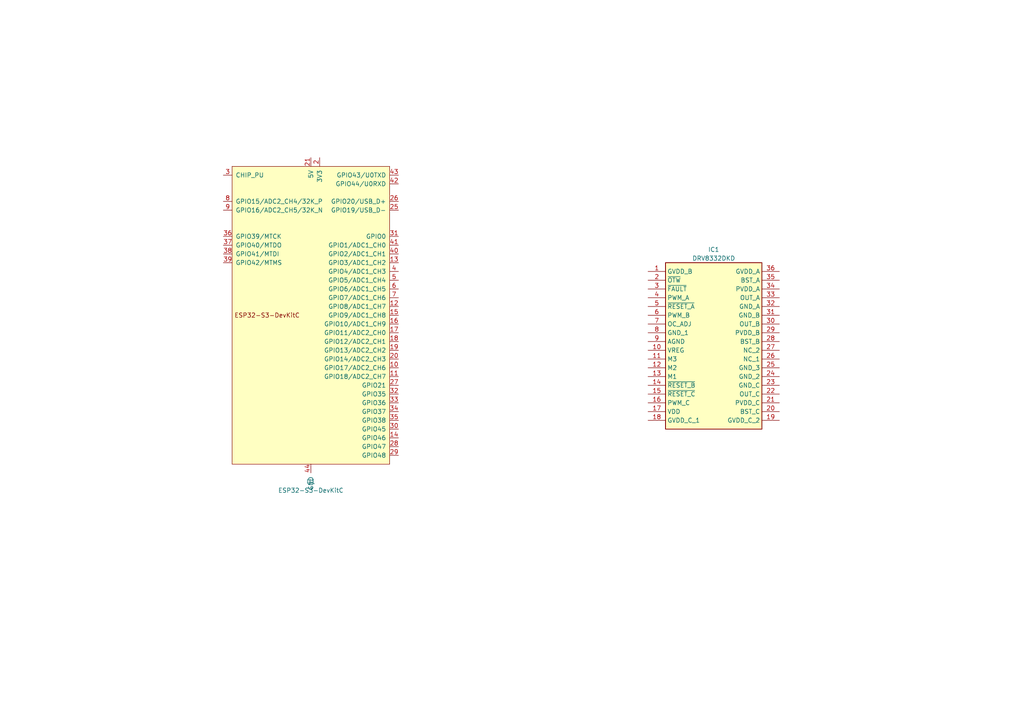
<source format=kicad_sch>
(kicad_sch (version 20230121) (generator eeschema)
  (paper "A4")
  (lib_symbols
    (symbol "DRV8332DKD:DRV8332DKD"
      (property "Reference" "IC" (at 34.29 7.62 0))
      (property "Value" "DRV8332DKD" (at 34.29 5.08 0))
      (symbol "DRV8332DKD_1_1"
        (rectangle (start 5.08 2.54) (end 33.02 -45.72) (stroke (width 0.254)) (fill (type background)))
        (pin passive line (at 0 0 0) (length 5.08) (name "GVDD_B") (number "1"))
        (pin passive line (at 0 -22.86 0) (length 5.08) (name "VREG") (number "10"))
        (pin passive line (at 0 -25.4 0) (length 5.08) (name "M3") (number "11"))
        (pin passive line (at 0 -27.94 0) (length 5.08) (name "M2") (number "12"))
        (pin passive line (at 0 -30.48 0) (length 5.08) (name "M1") (number "13"))
        (pin passive line (at 0 -33.02 0) (length 5.08) (name "~{RESET_B}") (number "14"))
        (pin passive line (at 0 -35.56 0) (length 5.08) (name "~{RESET_C}") (number "15"))
        (pin passive line (at 0 -38.1 0) (length 5.08) (name "PWM_C") (number "16"))
        (pin passive line (at 0 -40.64 0) (length 5.08) (name "VDD") (number "17"))
        (pin passive line (at 0 -43.18 0) (length 5.08) (name "GVDD_C_1") (number "18"))
        (pin passive line (at 38.1 -43.18 180) (length 5.08) (name "GVDD_C_2") (number "19"))
        (pin passive line (at 0 -2.54 0) (length 5.08) (name "~{OTW}") (number "2"))
        (pin passive line (at 38.1 -40.64 180) (length 5.08) (name "BST_C") (number "20"))
        (pin passive line (at 38.1 -38.1 180) (length 5.08) (name "PVDD_C") (number "21"))
        (pin passive line (at 38.1 -35.56 180) (length 5.08) (name "OUT_C") (number "22"))
        (pin passive line (at 38.1 -33.02 180) (length 5.08) (name "GND_C") (number "23"))
        (pin passive line (at 38.1 -30.48 180) (length 5.08) (name "GND_2") (number "24"))
        (pin passive line (at 38.1 -27.94 180) (length 5.08) (name "GND_3") (number "25"))
        (pin passive line (at 38.1 -25.4 180) (length 5.08) (name "NC_1") (number "26"))
        (pin passive line (at 38.1 -22.86 180) (length 5.08) (name "NC_2") (number "27"))
        (pin passive line (at 38.1 -20.32 180) (length 5.08) (name "BST_B") (number "28"))
        (pin passive line (at 38.1 -17.78 180) (length 5.08) (name "PVDD_B") (number "29"))
        (pin passive line (at 0 -5.08 0) (length 5.08) (name "~{FAULT}") (number "3"))
        (pin passive line (at 38.1 -15.24 180) (length 5.08) (name "OUT_B") (number "30"))
        (pin passive line (at 38.1 -12.7 180) (length 5.08) (name "GND_B") (number "31"))
        (pin passive line (at 38.1 -10.16 180) (length 5.08) (name "GND_A") (number "32"))
        (pin passive line (at 38.1 -7.62 180) (length 5.08) (name "OUT_A") (number "33"))
        (pin passive line (at 38.1 -5.08 180) (length 5.08) (name "PVDD_A") (number "34"))
        (pin passive line (at 38.1 -2.54 180) (length 5.08) (name "BST_A") (number "35"))
        (pin passive line (at 38.1 0 180) (length 5.08) (name "GVDD_A") (number "36"))
        (pin passive line (at 0 -7.62 0) (length 5.08) (name "PWM_A") (number "4"))
        (pin passive line (at 0 -10.16 0) (length 5.08) (name "~{RESET_A}") (number "5"))
        (pin passive line (at 0 -12.7 0) (length 5.08) (name "PWM_B") (number "6"))
        (pin passive line (at 0 -15.24 0) (length 5.08) (name "OC_ADJ") (number "7"))
        (pin passive line (at 0 -17.78 0) (length 5.08) (name "GND_1") (number "8"))
        (pin passive line (at 0 -20.32 0) (length 5.08) (name "AGND") (number "9"))
      )
    )
    (symbol "Espressif:ESP32-S3-DevKitC" (pin_names (offset 1.016))
      (property "Reference" "U" (at -22.86 48.26 0))
      (property "Value" "ESP32-S3-DevKitC" (at -22.86 45.72 0))
      (symbol "ESP32-S3-DevKitC_0_0"
        (text "ESP32-S3-DevKitC" (at -12.7 0 0) (effects (font (size 1.27 1.27))))
        (pin bidirectional line (at 25.4 -35.56 180) (length 2.54) (name "GPIO46") (number "14"))
        (pin bidirectional line (at 25.4 -10.16 180) (length 2.54) (name "GPIO13/ADC2_CH2") (number "19"))
        (pin bidirectional line (at -25.4 15.24 0) (length 2.54) (name "GPIO42/MTMS") (number "39"))
        (pin bidirectional line (at 25.4 17.78 180) (length 2.54) (name "GPIO2/ADC1_CH1") (number "40"))
        (pin bidirectional line (at 25.4 20.32 180) (length 2.54) (name "GPIO1/ADC1_CH0") (number "41"))
        (pin bidirectional line (at 25.4 38.1 180) (length 2.54) (name "GPIO44/U0RXD") (number "42"))
        (pin bidirectional line (at 25.4 40.64 180) (length 2.54) (name "GPIO43/U0TXD") (number "43"))
        (pin power_in line (at 0 -43.18 270) (length 2.54) (name "GND") (number "44"))
      )
      (symbol "ESP32-S3-DevKitC_0_1"
        (rectangle (start -22.86 43.18) (end 22.86 -43.18) (fill (type background)))
        (pin power_in line (at 2.54 45.72 270) (length 2.54) (name "3V3") (number "2"))
      )
      (symbol "ESP32-S3-DevKitC_1_1"
        (pin passive line (at 2.54 45.72 270) (length 2.54) hide (name "3V3") (number "1"))
        (pin bidirectional line (at 25.4 -15.24 180) (length 2.54) (name "GPIO17/ADC2_CH6") (number "10"))
        (pin bidirectional line (at 25.4 -17.78 180) (length 2.54) (name "GPIO18/ADC2_CH7") (number "11"))
        (pin bidirectional line (at 25.4 2.54 180) (length 2.54) (name "GPIO8/ADC1_CH7") (number "12"))
        (pin bidirectional line (at 25.4 15.24 180) (length 2.54) (name "GPIO3/ADC1_CH2") (number "13"))
        (pin bidirectional line (at 25.4 0 180) (length 2.54) (name "GPIO9/ADC1_CH8") (number "15"))
        (pin bidirectional line (at 25.4 -2.54 180) (length 2.54) (name "GPIO10/ADC1_CH9") (number "16"))
        (pin bidirectional line (at 25.4 -5.08 180) (length 2.54) (name "GPIO11/ADC2_CH0") (number "17"))
        (pin bidirectional line (at 25.4 -7.62 180) (length 2.54) (name "GPIO12/ADC2_CH1") (number "18"))
        (pin bidirectional line (at 25.4 -12.7 180) (length 2.54) (name "GPIO14/ADC2_CH3") (number "20"))
        (pin power_in line (at 0 45.72 270) (length 2.54) (name "5V") (number "21"))
        (pin passive line (at 0 -43.18 270) (length 2.54) hide (name "GND") (number "22"))
        (pin passive line (at 0 -43.18 270) (length 2.54) hide (name "GND") (number "23"))
        (pin passive line (at 0 -43.18 270) (length 2.54) hide (name "GND") (number "24"))
        (pin bidirectional line (at 25.4 30.48 180) (length 2.54) (name "GPIO19/USB_D-") (number "25"))
        (pin bidirectional line (at 25.4 33.02 180) (length 2.54) (name "GPIO20/USB_D+") (number "26"))
        (pin bidirectional line (at 25.4 -20.32 180) (length 2.54) (name "GPIO21") (number "27"))
        (pin bidirectional line (at 25.4 -38.1 180) (length 2.54) (name "GPIO47") (number "28"))
        (pin bidirectional line (at 25.4 -40.64 180) (length 2.54) (name "GPIO48") (number "29"))
        (pin input line (at -25.4 40.64 0) (length 2.54) (name "CHIP_PU") (number "3"))
        (pin bidirectional line (at 25.4 -33.02 180) (length 2.54) (name "GPIO45") (number "30"))
        (pin bidirectional line (at 25.4 22.86 180) (length 2.54) (name "GPIO0") (number "31"))
        (pin bidirectional line (at 25.4 -22.86 180) (length 2.54) (name "GPIO35") (number "32"))
        (pin bidirectional line (at 25.4 -25.4 180) (length 2.54) (name "GPIO36") (number "33"))
        (pin bidirectional line (at 25.4 -27.94 180) (length 2.54) (name "GPIO37") (number "34"))
        (pin bidirectional line (at 25.4 -30.48 180) (length 2.54) (name "GPIO38") (number "35"))
        (pin bidirectional line (at -25.4 22.86 0) (length 2.54) (name "GPIO39/MTCK") (number "36"))
        (pin bidirectional line (at -25.4 20.32 0) (length 2.54) (name "GPIO40/MTDO") (number "37"))
        (pin bidirectional line (at -25.4 17.78 0) (length 2.54) (name "GPIO41/MTDI") (number "38"))
        (pin bidirectional line (at 25.4 12.7 180) (length 2.54) (name "GPIO4/ADC1_CH3") (number "4"))
        (pin bidirectional line (at 25.4 10.16 180) (length 2.54) (name "GPIO5/ADC1_CH4") (number "5"))
        (pin bidirectional line (at 25.4 7.62 180) (length 2.54) (name "GPIO6/ADC1_CH5") (number "6"))
        (pin bidirectional line (at 25.4 5.08 180) (length 2.54) (name "GPIO7/ADC1_CH6") (number "7"))
        (pin bidirectional line (at -25.4 33.02 0) (length 2.54) (name "GPIO15/ADC2_CH4/32K_P") (number "8"))
        (pin bidirectional line (at -25.4 30.48 0) (length 2.54) (name "GPIO16/ADC2_CH5/32K_N") (number "9"))
      )
    )
  )
  (symbol (lib_id "DRV8332DKD:DRV8332DKD") (at 187.96 78.74 0) (unit 1)
    (property "Reference" "IC1" (at 207.01 72.39 0))
    (property "Value" "DRV8332DKD" (at 207.01 74.93 0))
    (property "Footprint" "SOP65P1420X360-36N" (effects hide))
    (property "Datasheet" "http://www.ti.com/lit/gpn/drv8332" (effects hide))
    (property "Height" "3.6" (effects hide))
    (property "Manufacturer_Name" "Texas Instruments" (effects hide))
    (property "Manufacturer_Part_Number" "DRV8332DKD" (effects hide))
    (property "Mouser Part Number" "595-DRV8332DKD" (effects hide))
    (property "Mouser Price/Stock" "https://www.mouser.co.uk/ProductDetail/Texas-Instruments/DRV8332DKD?qs=GI4%2FryNtbd3ox%252B47ZthFxg%3D%3D" (effects hide))
    (property "Arrow Part Number" "DRV8332DKD" (effects hide))
    (property "Arrow Price/Stock" "https://www.arrow.com/en/products/drv8332dkd/texas-instruments" (effects hide))
  )
  (symbol (lib_id "Espressif:ESP32-S3-DevKitC") (at 90.17 91.44 0) (unit 1)
    (property "Reference" "U1" (at 90.17 139.7 0))
    (property "Value" "ESP32-S3-DevKitC" (at 90.17 142.24 0))
    (property "Footprint" "Espressif:ESP32-S3-DevKitC" (effects hide))
  )
)
</source>
